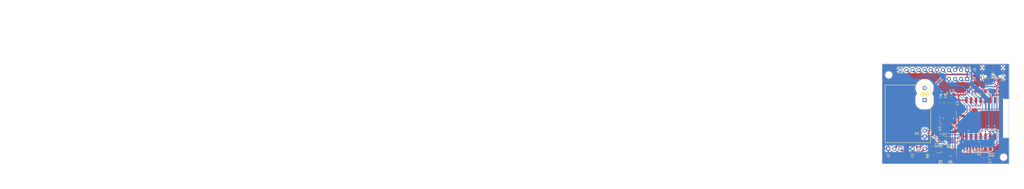
<source format=kicad_pcb>
(kicad_pcb (version 20221018) (generator pcbnew)
  (layers (0 "F.Cu" signal) (31 "B.Cu" signal) (34 "B.Paste" user) (35 "F.Paste" user) (36 "B.SilkS" user "B.Silkscreen") (37 "F.SilkS" user "F.Silkscreen") (38 "B.Mask" user) (39 "F.Mask" user) (44 "Edge.Cuts" user))
  (net 0 "")
  (net 1 "Net-(U1-EN)")
  (net 2 "+3V3")
  (net 3 "+5V")
  (net 4 "Net-(U4-B)")
  (net 5 "Net-(U4-A)")
  (net 6 "Net-(Q1-B)")
  (net 7 "Net-(Q1-E)")
  (net 8 "gpio0")
  (net 9 "Net-(Q2-B)")
  (net 10 "Net-(Q2-E)")
  (net 11 "rst")
  (net 13 "pwm3")
  (net 14 "pwm1")
  (net 15 "pwm2")
  (net 18 "wsled")
  (net 19 "pwm4")
  (net 24 "sda")
  (net 25 "scl")
  (net 33 "gnd")
  (net 34 "rx")
  (net 35 "tx")
  (net 36 "Net-(U3-RXD)")
  (net 37 "Net-(U3-TXD)")
  (net 39 "Net-(U3-UD+)")
  (net 40 "Net-(U3-UD-)")
  (footprint "usb connectors:TYPE-C-31-M-12" (layer "F.Cu") (at 221.49 67.62 180)
    (fp_text reference "J1" (at 0 -2.15) (layer "F.SilkS") (effects (font (size 0.8 0.8) (thickness 0.1))))
    (fp_text value "USB_C_Receptacle_USB2.0")
    (pad "" np_thru_hole circle (at -2.9 -3.65 180) (size 0.65 0.65) (drill 0.65) (layers "*.Cu" "*.Mask") (clearance 0.01))
    (pad "" np_thru_hole circle (at 2.9 -3.65 180) (size 0.65 0.65) (drill 0.65) (layers "*.Cu" "*.Mask") (clearance 0.01))
    (pad "A1" smd rect (at -3.375 -5.1 180) (size 0.25 1.45) (layers "F.Cu" "F.Paste" "F.Mask") (net 33 "gnd"))
    (pad "A4" smd rect (at -2.575 -5.1 180) (size 0.25 1.45) (layers "F.Cu" "F.Paste" "F.Mask") (net 3 "+5V"))
    (pad "A5" smd rect (at -1.25 -5.1 180) (size 0.25 1.45) (layers "F.Cu" "F.Paste" "F.Mask"))
    (pad "A6" smd rect (at -0.25 -5.1 180) (size 0.25 1.45) (layers "F.Cu" "F.Paste" "F.Mask") (net 39 "Net-(U3-UD+)"))
    (pad "A7" smd rect (at 0.25 -5.1 180) (size 0.25 1.45) (layers "F.Cu" "F.Paste" "F.Mask") (net 40 "Net-(U3-UD-)"))
    (pad "A8" smd rect (at 1.25 -5.1 180) (size 0.25 1.45) (layers "F.Cu" "F.Paste" "F.Mask"))
    (pad "A9" smd rect (at 2.575 -5.1 180) (size 0.25 1.45) (layers "F.Cu" "F.Paste" "F.Mask") (net 3 "+5V"))
    (pad "A12" smd rect (at 3.375 -5.1 180) (size 0.25 1.45) (layers "F.Cu" "F.Paste" "F.Mask") (net 33 "gnd"))
    (pad "B1" smd rect (at 3.1 -5.1 180) (size 0.3 1.45) (layers "F.Cu" "F.Paste" "F.Mask") (net 33 "gnd"))
    (pad "B4" smd rect (at 2.3 -5.1 180) (size 0.3 1.45) (layers "F.Cu" "F.Paste" "F.Mask") (net 3 "+5V"))
    (pad "B5" smd rect (at 1.75 -5.1 180) (size 0.25 1.45) (layers "F.Cu" "F.Paste" "F.Mask"))
    (pad "B6" smd rect (at 0.75 -5.1 180) (size 0.25 1.45) (layers "F.Cu" "F.Paste" "F.Mask") (net 39 "Net-(U3-UD+)"))
    (pad "B7" smd rect (at -0.75 -5.1 180) (size 0.25 1.45) (layers "F.Cu" "F.Paste" "F.Mask") (net 40 "Net-(U3-UD-)"))
    (pad "B8" smd rect (at -1.75 -5.1 180) (size 0.25 1.45) (layers "F.Cu" "F.Paste" "F.Mask"))
    (pad "B9" smd rect (at -2.3 -5.1 180) (size 0.3 1.45) (layers "F.Cu" "F.Paste" "F.Mask") (net 3 "+5V"))
    (pad "B12" smd rect (at -3.1 -5.1 180) (size 0.3 1.45) (layers "F.Cu" "F.Paste" "F.Mask") (net 33 "gnd"))
    (pad "S1" thru_hole roundrect (at -4.32 -4.18 180) (size 1 2.2) (drill oval 0.6 1.7) (layers "*.Cu" "*.Mask") (roundrect_rratio 0.5) (net 33 "gnd"))
    (pad "S1" thru_hole roundrect (at -4.32 0 180) (size 1 1.6) (drill oval 0.6 1.2) (layers "*.Cu" "*.Mask") (roundrect_rratio 0.5) (net 33 "gnd"))
    (pad "S1" thru_hole roundrect (at 4.32 -4.18 180) (size 1 2.2) (drill oval 0.6 1.7) (layers "*.Cu" "*.Mask") (roundrect_rratio 0.5) (net 33 "gnd"))
    (pad "S1" thru_hole roundrect (at 4.32 0 180) (size 1 1.6) (drill oval 0.6 1.2) (layers "*.Cu" "*.Mask") (roundrect_rratio 0.5) (net 33 "gnd"))
  )
  (footprint "Resistor_SMD:R_0805_2012Metric_Pad1.20x1.40mm_HandSolder" (layer "F.Cu") (at 196.215 96.79 90)
    (fp_text reference "R9" (at -0.365 1.905 90) (layer "F.SilkS"))
    (fp_text value "20k")
    (pad "1" smd roundrect (at -1 0 90) (size 1.2 1.4) (layers "F.Cu" "F.Paste" "F.Mask") (roundrect_rratio 0.208333) (net 5 "Net-(U4-A)"))
    (pad "2" smd roundrect (at 1 0 90) (size 1.2 1.4) (layers "F.Cu" "F.Paste" "F.Mask") (roundrect_rratio 0.208333) (net 3 "+5V"))
  )
  (footprint "Package_TO_SOT_SMD:SOT-23" (layer "F.Cu") (at 199.7225 104.902)
    (fp_text reference "Q1" (at 0.0485 2.286) (layer "F.SilkS"))
    (fp_text value "BC847" hide)
    (pad "1" smd roundrect (at -0.9375 -0.95) (size 1.475 0.6) (layers "F.Cu" "F.Paste" "F.Mask") (net 6 "Net-(Q1-B)"))
    (pad "2" smd roundrect (at -0.9375 0.95) (size 1.475 0.6) (layers "F.Cu" "F.Paste" "F.Mask") (net 7 "Net-(Q1-E)"))
    (pad "3" smd roundrect (at 0.9375 0) (size 1.475 0.6) (layers "F.Cu" "F.Paste" "F.Mask") (net 8 "gpio0"))
  )
  (footprint "Capacitor_SMD:C_0805_2012Metric_Pad1.18x1.45mm_HandSolder" (layer "F.Cu") (at 205.105 82.3175 -90)
    (fp_text reference "C4" (at 0.1055 -1.651 90) (layer "F.SilkS"))
    (fp_text value "0.1u")
    (pad "1" smd roundrect (at -1.0375 0 270) (size 1.175 1.45) (layers "F.Cu" "F.Paste" "F.Mask") (roundrect_rratio 0.212766) (net 2 "+3V3"))
    (pad "2" smd roundrect (at 1.0375 0 270) (size 1.175 1.45) (layers "F.Cu" "F.Paste" "F.Mask") (roundrect_rratio 0.212766) (net 33 "gnd"))
  )
  (footprint "Connector_PinHeader_2.54mm:PinHeader_1x02_P2.54mm_Vertical" (layer "F.Cu") (at 193.04 96.52 180)
    (fp_text reference "DC" (at 3.175 1.27) (layer "F.SilkS"))
    (fp_text value "PinHeader_1x02_P2.54mm_Vertical" hide)
    (pad "1" thru_hole rect (at 0 0 180) (size 1.7 1.7) (drill 1) (layers "*.Cu" "*.Mask") (net 33 "gnd"))
    (pad "2" thru_hole oval (at 0 2.54 180) (size 1.7 1.7) (drill 1) (layers "*.Cu" "*.Mask") (net 3 "+5V"))
  )
  (footprint "Resistor_SMD:R_0805_2012Metric_Pad1.20x1.40mm_HandSolder" (layer "F.Cu") (at 196.215 104.505 90)
    (fp_text reference "R8" (at -0.27 -1.905 90) (layer "F.SilkS"))
    (fp_text value "20k")
    (pad "1" smd roundrect (at -1 0 90) (size 1.2 1.4) (layers "F.Cu" "F.Paste" "F.Mask") (roundrect_rratio 0.208333) (net 33 "gnd"))
    (pad "2" smd roundrect (at 1 0 90) (size 1.2 1.4) (layers "F.Cu" "F.Paste" "F.Mask") (roundrect_rratio 0.208333) (net 4 "Net-(U4-B)"))
  )
  (footprint "Capacitor_SMD:C_0805_2012Metric_Pad1.18x1.45mm_HandSolder" (layer "F.Cu") (at 204.2375 78.994 180)
    (fp_text reference "C2" (at -0.1055 1.651) (layer "F.SilkS"))
    (fp_text value "22u")
    (pad "1" smd roundrect (at -1.0375 0 180) (size 1.175 1.45) (layers "F.Cu" "F.Paste" "F.Mask") (roundrect_rratio 0.212766) (net 2 "+3V3"))
    (pad "2" smd roundrect (at 1.0375 0 180) (size 1.175 1.45) (layers "F.Cu" "F.Paste" "F.Mask") (roundrect_rratio 0.212766) (net 33 "gnd"))
  )
  (footprint "Package_SO:MSOP-8_3x3mm_P0.65mm" (layer "F.Cu") (at 202.5185 98.115 180)
    (fp_text reference "U4" (at 1.0965 2.611) (layer "F.SilkS"))
    (fp_text value "MAX485E")
    (pad "1" smd roundrect (at -2.1125 -0.975 180) (size 1.625 0.4) (layers "F.Cu" "F.Paste" "F.Mask") (net 34 "rx"))
    (pad "2" smd roundrect (at -2.1125 -0.325 180) (size 1.625 0.4) (layers "F.Cu" "F.Paste" "F.Mask") (net 8 "gpio0"))
    (pad "3" smd roundrect (at -2.1125 0.325 180) (size 1.625 0.4) (layers "F.Cu" "F.Paste" "F.Mask") (net 8 "gpio0"))
    (pad "4" smd roundrect (at -2.1125 0.975 180) (size 1.625 0.4) (layers "F.Cu" "F.Paste" "F.Mask") (net 35 "tx"))
    (pad "5" smd roundrect (at 2.1125 0.975 180) (size 1.625 0.4) (layers "F.Cu" "F.Paste" "F.Mask") (net 33 "gnd"))
    (pad "6" smd roundrect (at 2.1125 0.325 180) (size 1.625 0.4) (layers "F.Cu" "F.Paste" "F.Mask") (net 5 "Net-(U4-A)"))
    (pad "7" smd roundrect (at 2.1125 -0.325 180) (size 1.625 0.4) (layers "F.Cu" "F.Paste" "F.Mask") (net 4 "Net-(U4-B)"))
    (pad "8" smd roundrect (at 2.1125 -0.975 180) (size 1.625 0.4) (layers "F.Cu" "F.Paste" "F.Mask") (net 3 "+5V"))
  )
  (footprint "Capacitor_SMD:C_0805_2012Metric_Pad1.18x1.45mm_HandSolder" (layer "F.Cu") (at 200.025 82.3175 90)
    (fp_text reference "C6" (at 2.8155 -0.254 90) (layer "F.SilkS"))
    (fp_text value "0.1u")
    (pad "1" smd roundrect (at -1.0375 0 90) (size 1.175 1.45) (layers "F.Cu" "F.Paste" "F.Mask") (roundrect_rratio 0.212766) (net 3 "+5V"))
    (pad "2" smd roundrect (at 1.0375 0 90) (size 1.175 1.45) (layers "F.Cu" "F.Paste" "F.Mask") (roundrect_rratio 0.212766) (net 33 "gnd"))
  )
  (footprint "Resistor_SMD:R_0805_2012Metric_Pad1.20x1.40mm_HandSolder" (layer "F.Cu") (at 203.962 105.664 180)
    (fp_text reference "R6" (at 0.127 -1.586) (layer "F.SilkS"))
    (fp_text value "10k")
    (pad "1" smd roundrect (at -1 0 180) (size 1.2 1.4) (layers "F.Cu" "F.Paste" "F.Mask") (roundrect_rratio 0.208333) (net 7 "Net-(Q1-E)"))
    (pad "2" smd roundrect (at 1 0 180) (size 1.2 1.4) (layers "F.Cu" "F.Paste" "F.Mask") (roundrect_rratio 0.208333) (net 9 "Net-(Q2-B)"))
  )
  (footprint "Resistor_SMD:R_0805_2012Metric_Pad1.20x1.40mm_HandSolder" (layer "F.Cu") (at 219.4775 77.47)
    (fp_text reference "R1" (at 0 1.524) (layer "F.SilkS"))
    (fp_text value "10k")
    (pad "1" smd roundrect (at -1 0) (size 1.2 1.4) (layers "F.Cu" "F.Paste" "F.Mask") (roundrect_rratio 0.208333) (net 2 "+3V3"))
    (pad "2" smd roundrect (at 1 0) (size 1.2 1.4) (layers "F.Cu" "F.Paste" "F.Mask") (roundrect_rratio 0.208333) (net 1 "Net-(U1-EN)"))
  )
  (footprint "Connector_PinHeader_2.54mm:PinHeader_1x12_P2.54mm_Vertical" (layer "F.Cu") (at 210.82 68.58 -90)
    (fp_text reference "J5" (at 0 -3.175 90) (layer "F.SilkS"))
    (fp_text value "Conn_01x12_Pin")
    (pad "1" thru_hole rect (at 0 0 270) (size 1.7 1.7) (drill 1) (layers "*.Cu" "*.Mask") (net 3 "+5V"))
    (pad "2" thru_hole oval (at 0 2.54 270) (size 1.7 1.7) (drill 1) (layers "*.Cu" "*.Mask") (net 33 "gnd"))
    (pad "3" thru_hole oval (at 0 5.08 270) (size 1.7 1.7) (drill 1) (layers "*.Cu" "*.Mask") (net 2 "+3V3"))
    (pad "4" thru_hole oval (at 0 7.62 270) (size 1.7 1.7) (drill 1) (layers "*.Cu" "*.Mask") (net 35 "tx"))
    (pad "5" thru_hole oval (at 0 10.16 270) (size 1.7 1.7) (drill 1) (layers "*.Cu" "*.Mask") (net 34 "rx"))
    (pad "6" thru_hole oval (at 0 12.7 270) (size 1.7 1.7) (drill 1) (layers "*.Cu" "*.Mask") (net 33 "gnd"))
    (pad "7" thru_hole oval (at 0 15.24 270) (size 1.7 1.7) (drill 1) (layers "*.Cu" "*.Mask") (net 14 "pwm1"))
    (pad "8" thru_hole oval (at 0 17.78 270) (size 1.7 1.7) (drill 1) (layers "*.Cu" "*.Mask") (net 15 "pwm2"))
    (pad "9" thru_hole oval (at 0 20.32 270) (size 1.7 1.7) (drill 1) (layers "*.Cu" "*.Mask") (net 13 "pwm3"))
    (pad "10" thru_hole oval (at 0 22.86 270) (size 1.7 1.7) (drill 1) (layers "*.Cu" "*.Mask") (net 19 "pwm4"))
    (pad "11" thru_hole oval (at 0 25.4 270) (size 1.7 1.7) (drill 1) (layers "*.Cu" "*.Mask") (net 18 "wsled"))
    (pad "12" thru_hole oval (at 0 27.94 270) (size 1.7 1.7) (drill 1) (layers "*.Cu" "*.Mask") (net 33 "gnd"))
  )
  (footprint "Resistor_SMD:R_0805_2012Metric_Pad1.20x1.40mm_HandSolder" (layer "F.Cu") (at 196.215 100.6 -90)
    (fp_text reference "R7" (at -0.4478 -1.8034 90) (layer "F.SilkS"))
    (fp_text value "120")
    (pad "1" smd roundrect (at -1 0 270) (size 1.2 1.4) (layers "F.Cu" "F.Paste" "F.Mask") (roundrect_rratio 0.208333) (net 5 "Net-(U4-A)"))
    (pad "2" smd roundrect (at 1 0 270) (size 1.2 1.4) (layers "F.Cu" "F.Paste" "F.Mask") (roundrect_rratio 0.208333) (net 4 "Net-(U4-B)"))
  )
  (footprint "Package_TO_SOT_SMD:SOT-223-3_TabPin2" (layer "F.Cu") (at 202.805 89.56 -90)
    (fp_text reference "U2" (at 3.658 3.415 90) (layer "F.SilkS"))
    (fp_text value "AMS1117-3.3")
    (pad "1" smd rect (at -3.15 -2.3 270) (size 2 1.5) (layers "F.Cu" "F.Paste" "F.Mask") (net 33 "gnd"))
    (pad "2" smd rect (at -3.15 0 270) (size 2 1.5) (layers "F.Cu" "F.Paste" "F.Mask") (net 2 "+3V3"))
    (pad "2" smd rect (at 3.15 0 270) (size 2 3.8) (layers "F.Cu" "F.Paste" "F.Mask") (net 2 "+3V3"))
    (pad "3" smd rect (at -3.15 2.3 270) (size 2 1.5) (layers "F.Cu" "F.Paste" "F.Mask") (net 3 "+5V"))
  )
  (footprint "RF_Module:ESP-12E" (layer "F.Cu") (at 220.98 88.9 -90)
    (fp_text reference "U1" (at -9.271 -11.025 90) (layer "F.SilkS"))
    (fp_text value "ESP-12E")
    (pad "1" smd rect (at -7.6 -3.5 270) (size 2.5 1) (layers "F.Cu" "F.Paste" "F.Mask") (net 11 "rst"))
    (pad "2" smd rect (at -7.6 -1.5 270) (size 2.5 1) (layers "F.Cu" "F.Paste" "F.Mask"))
    (pad "3" smd rect (at -7.6 0.5 270) (size 2.5 1) (layers "F.Cu" "F.Paste" "F.Mask") (net 1 "Net-(U1-EN)"))
    (pad "4" smd rect (at -7.6 2.5 270) (size 2.5 1) (layers "F.Cu" "F.Paste" "F.Mask") (net 11 "rst"))
    (pad "5" smd rect (at -7.6 4.5 270) (size 2.5 1) (layers "F.Cu" "F.Paste" "F.Mask") (net 14 "pwm1"))
    (pad "6" smd rect (at -7.6 6.5 270) (size 2.5 1) (layers "F.Cu" "F.Paste" "F.Mask") (net 15 "pwm2"))
    (pad "7" smd rect (at -7.6 8.5 270) (size 2.5 1) (layers "F.Cu" "F.Paste" "F.Mask") (net 13 "pwm3"))
    (pad "8" smd rect (at -7.6 10.5 270) (size 2.5 1) (layers "F.Cu" "F.Paste" "F.Mask") (net 2 "+3V3"))
    (pad "9" smd rect (at -5 12 270) (size 1 1.8) (layers "F.Cu" "F.Paste" "F.Mask"))
    (pad "10" smd rect (at -3 12 270) (size 1 1.8) (layers "F.Cu" "F.Paste" "F.Mask"))
    (pad "11" smd rect (at -1 12 270) (size 1 1.8) (layers "F.Cu" "F.Paste" "F.Mask") (net 18 "wsled"))
    (pad "12" smd rect (at 1 12 270) (size 1 1.8) (layers "F.Cu" "F.Paste" "F.Mask") (net 19 "pwm4"))
    (pad "13" smd rect (at 3 12 270) (size 1 1.8) (layers "F.Cu" "F.Paste" "F.Mask"))
    (pad "14" smd rect (at 5 12 270) (size 1 1.8) (layers "F.Cu" "F.Paste" "F.Mask"))
    (pad "15" smd rect (at 7.6 10.5 270) (size 2.5 1) (layers "F.Cu" "F.Paste" "F.Mask") (net 33 "gnd"))
    (pad "16" smd rect (at 7.6 8.5 270) (size 2.5 1) (layers "F.Cu" "F.Paste" "F.Mask"))
    (pad "17" smd rect (at 7.6 6.5 270) (size 2.5 1) (layers "F.Cu" "F.Paste" "F.Mask"))
    (pad "18" smd rect (at 7.6 4.5 270) (size 2.5 1) (layers "F.Cu" "F.Paste" "F.Mask") (net 8 "gpio0"))
    (pad "19" smd rect (at 7.6 2.5 270) (size 2.5 1) (layers "F.Cu" "F.Paste" "F.Mask") (net 24 "sda"))
    (pad "20" smd rect (at 7.6 0.5 270) (size 2.5 1) (layers "F.Cu" "F.Paste" "F.Mask") (net 25 "scl"))
    (pad "21" smd rect (at 7.6 -1.5 270) (size 2.5 1) (layers "F.Cu" "F.Paste" "F.Mask") (net 34 "rx"))
    (pad "22" smd rect (at 7.6 -3.5 270) (size 2.5 1) (layers "F.Cu" "F.Paste" "F.Mask") (net 35 "tx"))
    (zone (net 0) (net_name "") (layers "*.Cu") (connect_pads (clearance 0)) (min_thickness 0.254)
      (keepout (tracks not_allowed) (vias not_allowed) (pads not_allowed) (copperpour not_allowed) (footprints not_allowed))
      (fill (thermal_gap 0.508) (thermal_bridge_width 0.508))
      (polygon (pts (xy 225.78 80.78) (xy 225.78 97.02) (xy 233.1 97.02) (xy 233.1 80.78)))
    )
  )
  (footprint "Connector_PinHeader_2.54mm:PinHeader_1x03_P2.54mm_Vertical" (layer "F.Cu") (at 177.8 101.6 90)
    (fp_text reference "J2" (at -3.048 0 90) (layer "F.SilkS"))
    (fp_text value "XLR3")
    (pad "1" thru_hole rect (at 0 0 90) (size 1.7 1.7) (drill 1) (layers "*.Cu" "*.Mask") (net 33 "gnd"))
    (pad "2" thru_hole oval (at 0 5.08 90) (size 1.7 1.7) (drill 1) (layers "*.Cu" "*.Mask") (net 4 "Net-(U4-B)"))
    (pad "3" thru_hole oval (at 0 2.54 90) (size 1.7 1.7) (drill 1) (layers "*.Cu" "*.Mask") (net 5 "Net-(U4-A)"))
  )
  (footprint "Connector_PinHeader_2.54mm:PinHeader_1x03_P2.54mm_Vertical" (layer "F.Cu") (at 187.96 101.6 90)
    (fp_text reference "J3" (at -3.048 0 90) (layer "F.SilkS"))
    (fp_text value "XLR3")
    (pad "1" thru_hole rect (at 0 0 90) (size 1.7 1.7) (drill 1) (layers "*.Cu" "*.Mask") (net 33 "gnd"))
    (pad "2" thru_hole oval (at 0 5.08 90) (size 1.7 1.7) (drill 1) (layers "*.Cu" "*.Mask") (net 4 "Net-(U4-B)"))
    (pad "3" thru_hole oval (at 0 2.54 90) (size 1.7 1.7) (drill 1) (layers "*.Cu" "*.Mask") (net 5 "Net-(U4-A)"))
  )
  (footprint "Capacitor_SMD:C_0805_2012Metric_Pad1.18x1.45mm_HandSolder" (layer "F.Cu") (at 202.184 82.3175 90)
    (fp_text reference "C5" (at 2.8155 -0.381 90) (layer "F.SilkS"))
    (fp_text value "22u")
    (pad "1" smd roundrect (at -1.0375 0 90) (size 1.175 1.45) (layers "F.Cu" "F.Paste" "F.Mask") (roundrect_rratio 0.212766) (net 3 "+5V"))
    (pad "2" smd roundrect (at 1.0375 0 90) (size 1.175 1.45) (layers "F.Cu" "F.Paste" "F.Mask") (roundrect_rratio 0.212766) (net 33 "gnd"))
  )
  (footprint "Resistor_SMD:R_0805_2012Metric_Pad1.20x1.40mm_HandSolder" (layer "F.Cu") (at 218.44 100.838 90)
    (fp_text reference "R4" (at -3.302 1.93 90) (layer "F.SilkS"))
    (fp_text value "300")
    (pad "1" smd roundrect (at -1 0 90) (size 1.2 1.4) (layers "F.Cu" "F.Paste" "F.Mask") (roundrect_rratio 0.208333) (net 37 "Net-(U3-TXD)"))
    (pad "2" smd roundrect (at 1 0 90) (size 1.2 1.4) (layers "F.Cu" "F.Paste" "F.Mask") (roundrect_rratio 0.208333) (net 34 "rx"))
  )
  (footprint "Connector_PinHeader_2.54mm:PinHeader_1x04_P2.54mm_Vertical" (layer "F.Cu") (at 210.82 72.39 -90)
    (fp_text reference "J4" (at 0 -3.175 90) (layer "F.SilkS"))
    (fp_text value "Conn_01x04_Male")
    (pad "1" thru_hole rect (at 0 0 270) (size 1.7 1.7) (drill 1) (layers "*.Cu" "*.Mask") (net 3 "+5V"))
    (pad "2" thru_hole oval (at 0 2.54 270) (size 1.7 1.7) (drill 1) (layers "*.Cu" "*.Mask") (net 25 "scl"))
    (pad "3" thru_hole oval (at 0 5.08 270) (size 1.7 1.7) (drill 1) (layers "*.Cu" "*.Mask") (net 24 "sda"))
    (pad "4" thru_hole oval (at 0 7.62 270) (size 1.7 1.7) (drill 1) (layers "*.Cu" "*.Mask") (net 33 "gnd"))
  )
  (footprint "Resistor_SMD:R_0805_2012Metric_Pad1.20x1.40mm_HandSolder" (layer "F.Cu") (at 215.6675 77.47 180)
    (fp_text reference "R2" (at 0.0215 -1.65) (layer "F.SilkS"))
    (fp_text value "10k" hide)
    (pad "1" smd roundrect (at -1 0 180) (size 1.2 1.4) (layers "F.Cu" "F.Paste" "F.Mask") (roundrect_rratio 0.208333) (net 2 "+3V3"))
    (pad "2" smd roundrect (at 1 0 180) (size 1.2 1.4) (layers "F.Cu" "F.Paste" "F.Mask") (roundrect_rratio 0.208333) (net 8 "gpio0"))
  )
  (footprint "Connector_PinHeader_2.54mm:PinHeader_1x03_P2.54mm_Vertical" (layer "F.Cu") (at 193.04 81.28 180)
    (fp_text reference "AC" (at 3.175 0) (layer "F.SilkS"))
    (fp_text value "PinHeader_1x03_P2.54mm_Vertical" hide)
    (pad "1" thru_hole rect (at 0 0 180) (size 1.7 1.7) (drill 1) (layers "*.Cu" "*.Mask") (clearance 3))
    (pad "3" thru_hole oval (at 0 5.08 180) (size 1.7 1.7) (drill 1) (layers "*.Cu" "*.Mask") (clearance 3))
  )
  (footprint "Resistor_SMD:R_0805_2012Metric_Pad1.20x1.40mm_HandSolder" (layer "F.Cu") (at 199.914 102.108 180)
    (fp_text reference "R5" (at 0.4224 1.6256) (layer "F.SilkS"))
    (fp_text value "10k")
    (pad "1" smd roundrect (at -1 0 180) (size 1.2 1.4) (layers "F.Cu" "F.Paste" "F.Mask") (roundrect_rratio 0.208333) (net 10 "Net-(Q2-E)"))
    (pad "2" smd roundrect (at 1 0 180) (size 1.2 1.4) (layers "F.Cu" "F.Paste" "F.Mask") (roundrect_rratio 0.208333) (net 6 "Net-(Q1-B)"))
  )
  (footprint "Package_TO_SOT_SMD:SOT-23" (layer "F.Cu") (at 203.8835 102.86)
    (fp_text reference "Q2" (at -0.6073 -2.3776) (layer "F.SilkS"))
    (fp_text value "BC847" hide)
    (pad "1" smd roundrect (at -0.9375 -0.95) (size 1.475 0.6) (layers "F.Cu" "F.Paste" "F.Mask") (net 9 "Net-(Q2-B)"))
    (pad "2" smd roundrect (at -0.9375 0.95) (size 1.475 0.6) (layers "F.Cu" "F.Paste" "F.Mask") (net 10 "Net-(Q2-E)"))
    (pad "3" smd roundrect (at 0.9375 0) (size 1.475 0.6) (layers "F.Cu" "F.Paste" "F.Mask") (net 11 "rst"))
  )
  (footprint "Capacitor_SMD:C_0805_2012Metric_Pad1.18x1.45mm_HandSolder" (layer "F.Cu") (at 218.44 105.4315 90)
    (fp_text reference "C7" (at -1.2485 1.905 90) (layer "F.SilkS"))
    (fp_text value "100n")
    (pad "1" smd roundrect (at -1.0375 0 90) (size 1.175 1.45) (layers "F.Cu" "F.Paste" "F.Mask") (roundrect_rratio 0.212766) (net 2 "+3V3"))
    (pad "2" smd roundrect (at 1.0375 0 90) (size 1.175 1.45) (layers "F.Cu" "F.Paste" "F.Mask") (roundrect_rratio 0.212766) (net 33 "gnd"))
  )
  (footprint "Package_SO:SOIC-16_3.9x9.9mm_P1.27mm" (layer "F.Cu") (at 211.455 103.43 -90)
    (fp_text reference "U3" (at 0.075 -4.064 90) (layer "F.SilkS"))
    (fp_text value "CH340C")
    (pad "1" smd roundrect (at -2.475 -4.445 270) (size 1.95 0.6) (layers "F.Cu" "F.Paste" "F.Mask") (net 33 "gnd"))
    (pad "2" smd roundrect (at -2.475 -3.175 270) (size 1.95 0.6) (layers "F.Cu" "F.Paste" "F.Mask") (net 37 "Net-(U3-TXD)"))
    (pad "3" smd roundrect (at -2.475 -1.905 270) (size 1.95 0.6) (layers "F.Cu" "F.Paste" "F.Mask") (net 36 "Net-(U3-RXD)"))
    (pad "4" smd roundrect (at -2.475 -0.635 270) (size 1.95 0.6) (layers "F.Cu" "F.Paste" "F.Mask") (net 2 "+3V3"))
    (pad "5" smd roundrect (at -2.475 0.635 270) (size 1.95 0.6) (layers "F.Cu" "F.Paste" "F.Mask") (net 39 "Net-(U3-UD+)"))
    (pad "6" smd roundrect (at -2.475 1.905 270) (size 1.95 0.6) (layers "F.Cu" "F.Paste" "F.Mask") (net 40 "Net-(U3-UD-)"))
    (pad "7" smd roundrect (at -2.475 3.175 270) (size 1.95 0.6) (layers "F.Cu" "F.Paste" "F.Mask"))
    (pad "8" smd roundrect (at -2.475 4.445 270) (size 1.95 0.6) (layers "F.Cu" "F.Paste" "F.Mask"))
    (pad "9" smd roundrect (at 2.475 4.445 270) (size 1.95 0.6) (layers "F.Cu" "F.Paste" "F.Mask"))
    (pad "10" smd roundrect (at 2.475 3.175 270) (size 1.95 0.6) (layers "F.Cu" "F.Paste" "F.Mask"))
    (pad "11" smd roundrect (at 2.475 1.905 270) (size 1.95 0.6) (layers "F.Cu" "F.Paste" "F.Mask"))
    (pad "12" smd roundrect (at 2.475 0.635 270) (size 1.95 0.6) (layers "F.Cu" "F.Paste" "F.Mask"))
    (pad "13" smd roundrect (at 2.475 -0.635 270) (size 1.95 0.6) (layers "F.Cu" "F.Paste" "F.Mask") (net 7 "Net-(Q1-E)"))
    (pad "14" smd roundrect (at 2.475 -1.905 270) (size 1.95 0.6) (layers "F.Cu" "F.Paste" "F.Mask") (net 10 "Net-(Q2-E)"))
    (pad "15" smd roundrect (at 2.475 -3.175 270) (size 1.95 0.6) (layers "F.Cu" "F.Paste" "F.Mask"))
    (pad "16" smd roundrect (at 2.475 -4.445 270) (size 1.95 0.6) (layers "F.Cu" "F.Paste" "F.Mask") (net 2 "+3V3"))
  )
  (footprint "Resistor_SMD:R_0805_2012Metric_Pad1.20x1.40mm_HandSolder" (layer "F.Cu") (at 220.472 100.838 90)
    (fp_text reference "R3" (at -3.302 1.143 90) (layer "F.SilkS"))
    (fp_text value "300")
    (pad "1" smd roundrect (at -1 0 90) (size 1.2 1.4) (layers "F.Cu" "F.Paste" "F.Mask") (roundrect_rratio 0.208333) (net 36 "Net-(U3-RXD)"))
    (pad "2" smd roundrect (at 1 0 90) (size 1.2 1.4) (layers "F.Cu" "F.Paste" "F.Mask") (roundrect_rratio 0.208333) (net 35 "tx"))
  )
  (footprint "Capacitor_SMD:C_0805_2012Metric_Pad1.18x1.45mm_HandSolder" (layer "F.Cu") (at 223.2875 77.47)
    (fp_text reference "C1" (at -0.0215 1.651) (layer "F.SilkS"))
    (fp_text value "0.1u")
    (pad "1" smd roundrect (at -1.0375 0) (size 1.175 1.45) (layers "F.Cu" "F.Paste" "F.Mask") (roundrect_rratio 0.212766) (net 1 "Net-(U1-EN)"))
    (pad "2" smd roundrect (at 1.0375 0) (size 1.175 1.45) (layers "F.Cu" "F.Paste" "F.Mask") (roundrect_rratio 0.212766) (net 33 "gnd"))
  )
  (gr_line (start 192.151 78.74) (end 193.929 78.74) (stroke (width 2)) (layer "F.SilkS"))
  (gr_rect (start 195.58 99.06) (end 176.53 74.93) (stroke (width 0.2)) (fill none) (layer "F.SilkS"))
  (gr_circle (center 226.06 105.18) (end 227.56 105.18) (stroke (width 0.2)) (fill none) (layer "Edge.Cuts"))
  (gr_circle (center 178.06 70.68) (end 179.56 70.68) (stroke (width 0.2)) (fill none) (layer "Edge.Cuts"))
  (gr_rect (start 175.26 66.04) (end 228.346 107.95) (stroke (width 0.2)) (fill none) (layer "Edge.Cuts"))
  (segment (start 220.48 81.3) (end 220.48 77.4725) (width 0.25) (layer "F.Cu") (net 1))
  (segment (start 220.48 77.4725) (end 220.4775 77.47) (width 0.25) (layer "F.Cu") (net 1))
  (segment (start 220.4775 77.47) (end 222.25 77.47) (width 0.25) (layer "F.Cu") (net 1))
  (segment (start 212.124 67.276) (end 207.044 67.276) (width 0.508) (layer "F.Cu") (net 2))
  (segment (start 205.723459 100.828702) (end 205.723459 101.837459) (width 0.508) (layer "F.Cu") (net 2))
  (segment (start 215.311 103.551) (end 215.9 104.14) (width 0.508) (layer "F.Cu") (net 2))
  (segment (start 207.437 103.551) (end 215.311 103.551) (width 0.508) (layer "F.Cu") (net 2))
  (segment (start 205.296 81.3) (end 210.48 81.3) (width 0.508) (layer "F.Cu") (net 2))
  (segment (start 212.725 76.2) (end 209.931 78.994) (width 0.508) (layer "F.Cu") (net 2))
  (segment (start 216.6675 77.47) (end 216.6675 76.96475) (width 0.25) (layer "F.Cu") (net 2))
  (segment (start 207.264 91.223682) (end 207.264 78.994) (width 0.508) (layer "F.Cu") (net 2))
  (segment (start 207.044 67.276) (end 205.74 68.58) (width 0.508) (layer "F.Cu") (net 2))
  (segment (start 212.09 103.551) (end 212.09 100.955) (width 0.508) (layer "F.Cu") (net 2))
  (segment (start 218.4775 77.47) (end 216.6675 77.47) (width 0.25) (layer "F.Cu") (net 2))
  (segment (start 202.805 92.71) (end 202.805 86.156) (width 0.508) (layer "F.Cu") (net 2))
  (segment (start 216.776 105.905) (end 215.9 105.905) (width 0.508) (layer "F.Cu") (net 2))
  (segment (start 212.725 76.2) (end 212.725 67.877) (width 0.508) (layer "F.Cu") (net 2))
  (segment (start 218.44 106.469) (end 217.34 106.469) (width 0.508) (layer "F.Cu") (net 2))
  (segment (start 205.74 92.747682) (end 207.264 91.223682) (width 0.508) (layer "F.Cu") (net 2))
  (segment (start 205.723459 101.837459) (end 207.437 103.551) (width 0.508) (layer "F.Cu") (net 2))
  (segment (start 205.74 92.747682) (end 205.702318 92.71) (width 0.508) (layer "F.Cu") (net 2))
  (segment (start 216.6675 76.96475) (end 215.90275 76.2) (width 0.25) (layer "F.Cu") (net 2))
  (segment (start 217.34 106.469) (end 216.776 105.905) (width 0.508) (layer "F.Cu") (net 2))
  (segment (start 215.9 104.14) (end 215.9 105.905) (width 0.508) (layer "F.Cu") (net 2))
  (segment (start 205.702318 92.71) (end 202.805 92.71) (width 0.508) (layer "F.Cu") (net 2))
  (segment (start 212.725 67.877) (end 212.124 67.276) (width 0.508) (layer "F.Cu") (net 2))
  (segment (start 215.90275 76.2) (end 212.725 76.2) (width 0.25) (layer "F.Cu") (net 2))
  (segment (start 209.931 78.994) (end 205.275 78.994) (width 0.508) (layer "F.Cu") (net 2))
  (via (at 205.74 92.747682) (size 0.8) (drill 0.4) (layers "F.Cu" "B.Cu") (net 2))
  (via (at 205.723459 100.828702) (size 0.8) (drill 0.4) (layers "F.Cu" "B.Cu") (net 2))
  (segment (start 205.74 100.812161) (end 205.723459 100.828702) (width 0.508) (layer "B.Cu") (net 2))
  (segment (start 205.74 92.747682) (end 205.74 100.812161) (width 0.508) (layer "B.Cu") (net 2))
  (segment (start 198.12 92.075) (end 198.12 74.295) (width 0.508) (layer "F.Cu") (net 3))
  (segment (start 193.04 93.98) (end 196.215 93.98) (width 0.508) (layer "F.Cu") (net 3))
  (segment (start 219.075 75.565) (end 221.6912 75.565) (width 0.508) (layer "F.Cu") (net 3))
  (segment (start 201.646 99.09) (end 200.406 99.09) (width 0.4) (layer "F.Cu") (net 3))
  (segment (start 196.215 95.79) (end 196.215 93.98) (width 0.508) (layer "F.Cu") (net 3))
  (segment (start 198.12 86.41) (end 200.505 86.41) (width 0.508) (layer "F.Cu") (net 3))
  (segment (start 201.676 99.06) (end 201.646 99.09) (width 0.4) (layer "F.Cu") (net 3))
  (segment (start 198.12 74.295) (end 201.93 70.485) (width 0.508) (layer "F.Cu") (net 3))
  (segment (start 198.12 83.355) (end 202.184 83.355) (width 0.508) (layer "F.Cu") (net 3))
  (segment (start 221.6912 75.565) (end 222.9231 75.565) (width 0.4) (layer "F.Cu") (net 3))
  (segment (start 196.215 93.98) (end 198.12 92.075) (width 0.508) (layer "F.Cu") (net 3))
  (segment (start 219.075 75.565) (end 219.075 72.835) (width 0.4) (layer "F.Cu") (net 3))
  (segment (start 222.9231 75.565) (end 223.901 74.5871) (width 0.4) (layer "F.Cu") (net 3))
  (segment (start 201.93 70.485) (end 210.82 70.485) (width 0.508) (layer "F.Cu") (net 3))
  (segment (start 210.82 68.58) (end 210.82 72.39) (width 0.508) (layer "F.Cu") (net 3))
  (segment (start 223.901 74.5871) (end 223.901 72.831) (width 0.4) (layer "F.Cu") (net 3))
  (via (at 201.676 99.06) (size 0.8) (drill 0.4) (layers "F.Cu" "B.Cu") (net 3))
  (via (at 219.075 75.565) (size 0.8) (drill 0.4) (layers "F.Cu" "B.Cu") (net 3))
  (via (at 221.6912 75.565) (size 0.8) (drill 0.4) (layers "F.Cu" "B.Cu") (net 3))
  (segment (start 194.397535 93.98) (end 193.04 93.98) (width 0.4) (layer "B.Cu") (net 3))
  (segment (start 201.676 99.06) (end 199.477535 99.06) (width 0.4) (layer "B.Cu") (net 3))
  (segment (start 221.6912 75.565) (end 219.075 75.565) (width 0.508) (layer "B.Cu") (net 3))
  (segment (start 217.805 75.565) (end 210.82 68.58) (width 0.508) (layer "B.Cu") (net 3))
  (segment (start 219.075 75.565) (end 217.805 75.565) (width 0.508) (layer "B.Cu") (net 3))
  (segment (start 199.477535 99.06) (end 194.397535 93.98) (width 0.4) (layer "B.Cu") (net 3))
  (segment (start 184.13 102.85) (end 182.88 101.6) (width 0.4) (layer "F.Cu") (net 4))
  (segment (start 200.406 98.44) (end 199.375 98.44) (width 0.4) (layer "F.Cu") (net 4))
  (segment (start 196.215 101.6) (end 193.04 101.6) (width 0.4) (layer "F.Cu") (net 4))
  (segment (start 191.79 102.85) (end 184.13 102.85) (width 0.4) (layer "F.Cu") (net 4))
  (segment (start 193.04 101.6) (end 191.79 102.85) (width 0.4) (layer "F.Cu") (net 4))
  (segment (start 199.375 98.44) (end 196.215 101.6) (width 0.4) (layer "F.Cu") (net 4))
  (segment (start 196.215 101.6) (end 196.215 103.505) (width 0.4) (layer "F.Cu") (net 4))
  (segment (start 196.215 97.79) (end 200.406 97.79) (width 0.4) (layer "F.Cu") (net 5))
  (segment (start 189.25 100.35) (end 181.59 100.35) (width 0.4) (layer "F.Cu") (net 5))
  (segment (start 196.215 99.6) (end 196.215 97.79) (width 0.4) (layer "F.Cu") (net 5))
  (segment (start 192.5 99.6) (end 196.215 99.6) (width 0.4) (layer "F.Cu") (net 5))
  (segment (start 181.59 100.35) (end 180.34 101.6) (width 0.4) (layer "F.Cu") (net 5))
  (segment (start 190.5 101.6) (end 189.25 100.35) (width 0.4) (layer "F.Cu") (net 5))
  (segment (start 190.5 101.6) (end 192.5 99.6) (width 0.4) (layer "F.Cu") (net 5))
  (segment (start 199.039 103.825) (end 199.039 102.233) (width 0.25) (layer "F.Cu") (net 6))
  (segment (start 198.912 103.952) (end 199.039 103.825) (width 0.25) (layer "F.Cu") (net 6))
  (segment (start 212.09 105.905) (end 212.09 104.902) (width 0.25) (layer "F.Cu") (net 7))
  (segment (start 201.177 106.689) (end 200.34 105.852) (width 0.25) (layer "F.Cu") (net 7))
  (segment (start 200.34 105.852) (end 198.658 105.852) (width 0.25) (layer "F.Cu") (net 7))
  (segment (start 206.046 104.58) (end 203.937 106.689) (width 0.25) (layer "F.Cu") (net 7))
  (segment (start 203.937 106.689) (end 201.177 106.689) (width 0.25) (layer "F.Cu") (net 7))
  (segment (start 212.09 104.902) (end 211.768 104.58) (width 0.25) (layer "F.Cu") (net 7))
  (segment (start 211.768 104.58) (end 206.046 104.58) (width 0.25) (layer "F.Cu") (net 7))
  (segment (start 203.073 98.44) (end 202.97977 98.44) (width 0.25) (layer "F.Cu") (net 8))
  (segment (start 199.989 104.104) (end 200.787 104.902) (width 0.25) (layer "F.Cu") (net 8))
  (segment (start 212.725 78.105) (end 213.36 77.47) (width 0.25) (layer "F.Cu") (net 8))
  (segment (start 202.97977 99.91523) (end 202.06 100.835) (width 0.25) (layer "F.Cu") (net 8))
  (segment (start 212.725 78.74) (end 212.725 78.105) (width 0.25) (layer "F.Cu") (net 8))
  (segment (start 200.573827 100.835) (end 199.989 101.419827) (width 0.25) (layer "F.Cu") (net 8))
  (segment (start 202.97977 96.99423) (end 202.97977 98.44) (width 0.25) (layer "F.Cu") (net 8))
  (segment (start 216.48 94.67) (end 217.17 93.98) (width 0.25) (layer "F.Cu") (net 8))
  (segment (start 199.989 101.419827) (end 199.989 104.104) (width 0.25) (layer "F.Cu") (net 8))
  (segment (start 202.97977 97.79) (end 204.631 97.79) (width 0.25) (layer "F.Cu") (net 8))
  (segment (start 213.36 77.47) (end 214.6675 77.47) (width 0.25) (layer "F.Cu") (net 8))
  (segment (start 204.631 98.44) (end 202.97977 98.44) (width 0.25) (layer "F.Cu") (net 8))
  (segment (start 202.97977 98.44) (end 202.97977 99.91523) (width 0.25) (layer "F.Cu") (net 8))
  (segment (start 204.216 95.758) (end 202.97977 96.99423) (width 0.25) (layer "F.Cu") (net 8))
  (segment (start 206.756 95.758) (end 204.216 95.758) (width 0.25) (layer "F.Cu") (net 8))
  (segment (start 216.48 96.5) (end 216.48 94.67) (width 0.25) (layer "F.Cu") (net 8))
  (segment (start 202.06 100.835) (end 200.573827 100.835) (width 0.25) (layer "F.Cu") (net 8))
  (via (at 212.725 78.74) (size 0.8) (drill 0.4) (layers "F.Cu" "B.Cu") (net 8))
  (via (at 217.17 93.98) (size 0.8) (drill 0.4) (layers "F.Cu" "B.Cu") (net 8))
  (via (at 206.756 95.758) (size 0.8) (drill 0.4) (layers "F.Cu" "B.Cu") (net 8))
  (segment (start 206.756 95.758) (end 215.392 95.758) (width 0.25) (layer "B.Cu") (net 8))
  (segment (start 215.392 95.758) (end 217.17 93.98) (width 0.25) (layer "B.Cu") (net 8))
  (segment (start 212.725 78.74) (end 217.17 83.185) (width 0.25) (layer "B.Cu") (net 8))
  (segment (start 217.17 83.185) (end 217.17 93.98) (width 0.25) (layer "B.Cu") (net 8))
  (segment (start 202.692 105.664) (end 201.8835 104.8555) (width 0.25) (layer "F.Cu") (net 9))
  (segment (start 201.8835 104.8555) (end 201.8835 102.9725) (width 0.25) (layer "F.Cu") (net 9))
  (segment (start 202.475 106.03) (end 202.47 106.035) (width 0.25) (layer "F.Cu") (net 9))
  (segment (start 201.8835 102.9725) (end 202.946 101.91) (width 0.25) (layer "F.Cu") (net 9))
  (segment (start 202.962 105.664) (end 202.692 105.664) (width 0.25) (layer "F.Cu") (net 9))
  (segment (start 201.737 101.285) (end 203.730251 101.285) (width 0.25) (layer "F.Cu") (net 10))
  (segment (start 202.946 103.319251) (end 202.946 103.81) (width 0.25) (layer "F.Cu") (net 10))
  (segment (start 205 103.81) (end 202.616 103.81) (width 0.25) (layer "F.Cu") (net 10))
  (segment (start 200.914 102.108) (end 201.737 101.285) (width 0.25) (layer "F.Cu") (net 10))
  (segment (start 213.36 105.905) (end 213.36 104.765) (width 0.25) (layer "F.Cu") (net 10))
  (segment (start 204.0085 101.563249) (end 204.0085 102.256751) (width 0.25) (layer "F.Cu") (net 10))
  (segment (start 213.36 104.765) (end 212.725 104.13) (width 0.25) (layer "F.Cu") (net 10))
  (segment (start 212.725 104.13) (end 205.32 104.13) (width 0.25) (layer "F.Cu") (net 10))
  (segment (start 204.0085 102.256751) (end 202.946 103.319251) (width 0.25) (layer "F.Cu") (net 10))
  (segment (start 203.730251 101.285) (end 204.0085 101.563249) (width 0.25) (layer "F.Cu") (net 10))
  (segment (start 213.36 105.905) (end 213.36 106.281751) (width 0.25) (layer "F.Cu") (net 10))
  (segment (start 205.32 104.13) (end 205 103.81) (width 0.25) (layer "F.Cu") (net 10))
  (segment (start 204.821 100.935) (end 204.821 102.86) (width 0.25) (layer "F.Cu") (net 11))
  (segment (start 204.724 100.838) (end 204.821 100.935) (width 0.25) (layer "F.Cu") (net 11))
  (segment (start 218.48 85.09) (end 218.48 81.3) (width 0.25) (layer "F.Cu") (net 11))
  (segment (start 224.48 81.3) (end 224.48 84.13) (width 0.25) (layer "F.Cu") (net 11))
  (segment (start 224.48 84.13) (end 223.52 85.09) (width 0.25) (layer "F.Cu") (net 11))
  (segment (start 223.52 85.09) (end 215.9 85.09) (width 0.25) (layer "F.Cu") (net 11))
  (via (at 215.9 85.09) (size 0.8) (drill 0.4) (layers "F.Cu" "B.Cu") (net 11))
  (via (at 204.724 100.838) (size 0.8) (drill 0.4) (layers "F.Cu" "B.Cu") (net 11))
  (segment (start 204.724 92.075) (end 211.709 85.09) (width 0.25) (layer "B.Cu") (net 11))
  (segment (start 211.709 85.09) (end 215.9 85.09) (width 0.25) (layer "B.Cu") (net 11))
  (segment (start 204.724 100.838) (end 204.724 92.075) (width 0.25) (layer "B.Cu") (net 11))
  (segment (start 212.48 81.3) (end 212.48 82.94) (width 0.25) (layer "F.Cu") (net 13))
  (segment (start 212.48 82.94) (end 213.36 83.82) (width 0.25) (layer "F.Cu") (net 13))
  (via (at 213.36 83.82) (size 0.8) (drill 0.4) (layers "F.Cu" "B.Cu") (net 13))
  (segment (start 196.328208 70.601) (end 192.521 70.601) (width 0.25) (layer "B.Cu") (net 13))
  (segment (start 202.932208 77.205) (end 196.328208 70.601) (width 0.25) (layer "B.Cu") (net 13))
  (segment (start 206.745 77.205) (end 202.932208 77.205) (width 0.25) (layer "B.Cu") (net 13))
  (segment (start 192.521 70.601) (end 190.5 68.58) (width 0.25) (layer "B.Cu") (net 13))
  (segment (start 213.36 83.82) (end 206.745 77.205) (width 0.25) (layer "B.Cu") (net 13))
  (segment (start 216.48 81.3) (end 216.48 83.24) (width 0.25) (layer "F.Cu") (net 14))
  (segment (start 216.48 83.24) (end 215.9 83.82) (width 0.25) (layer "F.Cu") (net 14))
  (via (at 215.9 83.82) (size 0.8) (drill 0.4) (layers "F.Cu" "B.Cu") (net 14))
  (segment (start 208.385 76.305) (end 203.305 76.305) (width 0.25) (layer "B.Cu") (net 14))
  (segment (start 203.305 76.305) (end 195.58 68.58) (width 0.25) (layer "B.Cu") (net 14))
  (segment (start 215.9 83.82) (end 208.385 76.305) (width 0.25) (layer "B.Cu") (net 14))
  (segment (start 214.48 83.67) (end 214.63 83.82) (width 0.25) (layer "F.Cu") (net 15))
  (segment (start 214.48 81.3) (end 214.48 83.67) (width 0.25) (layer "F.Cu") (net 15))
  (via (at 214.63 83.82) (size 0.8) (drill 0.4) (layers "F.Cu" "B.Cu") (net 15))
  (segment (start 196.514604 70.151) (end 194.611 70.151) (width 0.25) (layer "B.Cu") (net 15))
  (segment (start 194.611 70.151) (end 193.04 68.58) (width 0.25) (layer "B.Cu") (net 15))
  (segment (start 207.565 76.755) (end 203.118604 76.755) (width 0.25) (layer "B.Cu") (net 15))
  (segment (start 203.118604 76.755) (end 196.514604 70.151) (width 0.25) (layer "B.Cu") (net 15))
  (segment (start 214.63 83.82) (end 207.565 76.755) (width 0.25) (layer "B.Cu") (net 15))
  (segment (start 210.042 87.9) (end 210.82 87.122) (width 0.25) (layer "F.Cu") (net 18))
  (segment (start 208.98 87.9) (end 210.042 87.9) (width 0.25) (layer "F.Cu") (net 18))
  (segment (start 210.82 87.122) (end 210.82 83.82) (width 0.25) (layer "F.Cu") (net 18))
  (via (at 210.82 83.82) (size 0.8) (drill 0.4) (layers "F.Cu" "B.Cu") (net 18))
  (segment (start 195.955416 71.501) (end 188.341 71.501) (width 0.25) (layer "B.Cu") (net 18))
  (segment (start 210.82 83.82) (end 205.105 78.105) (width 0.25) (layer "B.Cu") (net 18))
  (segment (start 202.559416 78.105) (end 195.955416 71.501) (width 0.25) (layer "B.Cu") (net 18))
  (segment (start 205.105 78.105) (end 202.559416 78.105) (width 0.25) (layer "B.Cu") (net 18))
  (segment (start 188.341 71.501) (end 185.42 68.58) (width 0.25) (layer "B.Cu") (net 18))
  (segment (start 210.328 89.9) (end 212.09 88.138) (width 0.25) (layer "F.Cu") (net 19))
  (segment (start 212.09 88.138) (end 212.09 83.82) (width 0.25) (layer "F.Cu") (net 19))
  (segment (start 208.98 89.9) (end 210.328 89.9) (width 0.25) (layer "F.Cu") (net 19))
  (via (at 212.09 83.82) (size 0.8) (drill 0.4) (layers "F.Cu" "B.Cu") (net 19))
  (segment (start 212.09 83.82) (end 205.925 77.655) (width 0.25) (layer "B.Cu") (net 19))
  (segment (start 196.141812 71.051) (end 190.431 71.051) (width 0.25) (layer "B.Cu") (net 19))
  (segment (start 202.745812 77.655) (end 196.141812 71.051) (width 0.25) (layer "B.Cu") (net 19))
  (segment (start 190.431 71.051) (end 187.96 68.58) (width 0.25) (layer "B.Cu") (net 19))
  (segment (start 205.925 77.655) (end 202.745812 77.655) (width 0.25) (layer "B.Cu") (net 19))
  (segment (start 218.48 94.02) (end 218.44 93.98) (width 0.25) (layer "F.Cu") (net 24))
  (segment (start 218.48 96.5) (end 218.48 94.02) (width 0.25) (layer "F.Cu") (net 24))
  (via (at 218.44 93.98) (size 0.8) (drill 0.4) (layers "F.Cu" "B.Cu") (net 24))
  (segment (start 218.44 93.98) (end 218.44 83.186396) (width 0.25) (layer "B.Cu") (net 24))
  (segment (start 218.44 83.186396) (end 209.548604 74.295) (width 0.25) (layer "B.Cu") (net 24))
  (segment (start 207.645 74.295) (end 205.74 72.39) (width 0.25) (layer "B.Cu") (net 24))
  (segment (start 209.548604 74.295) (end 207.645 74.295) (width 0.25) (layer "B.Cu") (net 24))
  (segment (start 220.48 94.75) (end 219.71 93.98) (width 0.25) (layer "F.Cu") (net 25))
  (segment (start 220.48 96.5) (end 220.48 94.75) (width 0.25) (layer "F.Cu") (net 25))
  (via (at 219.71 93.98) (size 0.8) (drill 0.4) (layers "F.Cu" "B.Cu") (net 25))
  (segment (start 219.71 93.98) (end 218.89 93.16) (width 0.25) (layer "B.Cu") (net 25))
  (segment (start 218.89 83) (end 208.28 72.39) (width 0.25) (layer "B.Cu") (net 25))
  (segment (start 218.89 93.16) (end 218.89 83) (width 0.25) (layer "B.Cu") (net 25))
  (segment (start 215.9 100.32) (end 215.9 100.955) (width 0.25) (layer "F.Cu") (net 33))
  (segment (start 217.348 72.72) (end 217.17 72.898) (width 0.25) (layer "F.Cu") (net 33))
  (segment (start 224.865 72.72) (end 225.628 72.72) (width 0.25) (layer "F.Cu") (net 33))
  (segment (start 200.406 97.14) (end 201.818 97.14) (width 0.25) (layer "F.Cu") (net 33))
  (segment (start 225.628 72.72) (end 225.806 72.898) (width 0.25) (layer "F.Cu") (net 33))
  (segment (start 218.115 72.72) (end 217.348 72.72) (width 0.25) (layer "F.Cu") (net 33))
  (segment (start 201.818 97.14) (end 201.93 97.028) (width 0.25) (layer "F.Cu") (net 33))
  (via (at 199.644 95.25) (size 0.8) (drill 0.4) (layers "F.Cu" "B.Cu") (net 33))
  (via (at 200.025 77.47) (size 0.8) (drill 0.4) (layers "F.Cu" "B.Cu") (net 33))
  (via (at 215.9 98.806) (size 0.8) (drill 0.4) (layers "F.Cu" "B.Cu") (net 33))
  (via (at 222.25 92.075) (size 0.8) (drill 0.4) (layers "F.Cu" "B.Cu") (net 33))
  (via (at 209.042 98.806) (size 0.8) (drill 0.4) (layers "F.Cu" "B.Cu") (net 33))
  (via (at 200.66 88.9) (size 0.8) (drill 0.4) (layers "F.Cu" "B.Cu") (net 33))
  (via (at 211.328 93.98) (size 0.8) (drill 0.4) (layers "F.Cu" "B.Cu") (net 33))
  (via (at 213.995 74.93) (size 0.8) (drill 0.4) (layers "F.Cu" "B.Cu") (net 33))
  (via (at 205.105 88.9) (size 0.8) (drill 0.4) (layers "F.Cu" "B.Cu") (net 33))
  (via (at 201.295 78.74) (size 0.8) (drill 0.4) (layers "F.Cu" "B.Cu") (net 33))
  (via (at 200.025 78.74) (size 0.8) (drill 0.4) (layers "F.Cu" "B.Cu") (net 33))
  (via (at 219.71 92.075) (size 0.8) (drill 0.4) (layers "F.Cu" "B.Cu") (net 33))
  (via (at 210.787984 76.929984) (size 0.8) (drill 0.4) (layers "F.Cu" "B.Cu") (net 33))
  (via (at 203.2 95.25) (size 0.8) (drill 0.4) (layers "F.Cu" "B.Cu") (net 33))
  (segment (start 206.726 99.09) (end 204.631 99.09) (width 0.25) (layer "F.Cu") (net 34))
  (segment (start 206.756 99.06) (end 206.726 99.09) (width 0.25) (layer "F.Cu") (net 34))
  (segment (start 222.48 95.48) (end 220.98 93.98) (width 0.25) (layer "F.Cu") (net 34))
  (segment (start 222.48 96.5) (end 222.48 95.48) (width 0.25) (layer "F.Cu") (net 34))
  (segment (start 218.44 99.838) (end 218.133 99.531) (width 0.25) (layer "F.Cu") (net 34))
  (segment (start 222.48 96.5) (end 222.48 97.932) (width 0.25) (layer "F.Cu") (net 34))
  (segment (start 222.48 97.932) (end 221.742 98.67) (width 0.25) (layer "F.Cu") (net 34))
  (segment (start 219.608 98.67) (end 218.44 99.838) (width 0.25) (layer "F.Cu") (net 34))
  (segment (start 221.742 98.67) (end 219.608 98.67) (width 0.25) (layer "F.Cu") (net 34))
  (via (at 220.98 93.98) (size 0.8) (drill 0.4) (layers "F.Cu" "B.Cu") (net 34))
  (via (at 206.756 99.06) (size 0.8) (drill 0.4) (layers "F.Cu" "B.Cu") (net 34))
  (segment (start 218.5001 96.4599) (end 220.98 93.98) (width 0.25) (layer "B.Cu") (net 34))
  (segment (start 220.98 80.264) (end 211.386 70.67) (width 0.25) (layer "B.Cu") (net 34))
  (segment (start 220.98 93.98) (end 220.98 80.264) (width 0.25) (layer "B.Cu") (net 34))
  (segment (start 211.386 70.67) (end 202.75 70.67) (width 0.25) (layer "B.Cu") (net 34))
  (segment (start 206.756 99.06) (end 206.756 96.901) (width 0.25) (layer "B.Cu") (net 34))
  (segment (start 206.756 96.901) (end 207.1971 96.4599) (width 0.25) (layer "B.Cu") (net 34))
  (segment (start 202.75 70.67) (end 200.66 68.58) (width 0.25) (layer "B.Cu") (net 34))
  (segment (start 207.1971 96.4599) (end 218.5001 96.4599) (width 0.25) (layer "B.Cu") (net 34))
  (segment (start 224.48 95.067) (end 223.393 93.98) (width 0.25) (layer "F.Cu") (net 35))
  (segment (start 223.393 93.98) (end 222.25 93.98) (width 0.25) (layer "F.Cu") (net 35))
  (segment (start 224.48 98.1) (end 224.48 96.5) (width 0.25) (layer "F.Cu") (net 35))
  (segment (start 222.742 99.838) (end 224.48 98.1) (width 0.25) (layer "F.Cu") (net 35))
  (segment (start 220.472 99.838) (end 222.742 99.838) (width 0.25) (layer "F.Cu") (net 35))
  (segment (start 224.48 96.5) (end 224.48 95.067) (width 0.25) (layer "F.Cu") (net 35))
  (segment (start 207.496699 97.1849) (end 207.451799 97.14) (width 0.25) (layer "F.Cu") (net 35))
  (segment (start 207.451799 97.14) (end 204.631 97.14) (width 0.25) (layer "F.Cu") (net 35))
  (via (at 222.25 93.98) (size 0.8) (drill 0.4) (layers "F.Cu" "B.Cu") (net 35))
  (via (at 207.496699 97.1849) (size 0.8) (drill 0.4) (layers "F.Cu" "B.Cu") (net 35))
  (segment (start 219.0451 97.1849) (end 222.25 93.98) (width 0.25) (layer "B.Cu") (net 35))
  (segment (start 204.84 70.22) (end 203.2 68.58) (width 0.25) (layer "B.Cu") (net 35))
  (segment (start 222.25 93.98) (end 221.43 93.16) (width 0.25) (layer "B.Cu") (net 35))
  (segment (start 221.43 80.077604) (end 211.572396 70.22) (width 0.25) (layer "B.Cu") (net 35))
  (segment (start 211.572396 70.22) (end 204.84 70.22) (width 0.25) (layer "B.Cu") (net 35))
  (segment (start 207.496699 97.1849) (end 219.0451 97.1849) (width 0.25) (layer "B.Cu") (net 35))
  (segment (start 221.43 93.16) (end 221.43 80.077604) (width 0.25) (layer "B.Cu") (net 35))
  (segment (start 213.995 102.87) (end 213.36 102.235) (width 0.25) (layer "F.Cu") (net 36))
  (segment (start 219.44 102.87) (end 213.995 102.87) (width 0.25) (layer "F.Cu") (net 36))
  (segment (start 213.36 102.235) (end 213.36 100.955) (width 0.25) (layer "F.Cu") (net 36))
  (segment (start 220.472 101.838) (end 219.44 102.87) (width 0.25) (layer "F.Cu") (net 36))
  (segment (start 214.891125 102.362) (end 214.63 102.100875) (width 0.25) (layer "F.Cu") (net 37))
  (segment (start 214.63 101.59) (end 214.63 100.955) (width 0.25) (layer "F.Cu") (net 37))
  (segment (start 218.44 101.838) (end 217.916 102.362) (width 0.25) (layer "F.Cu") (net 37))
  (segment (start 214.63 102.100875) (end 214.63 100.955) (width 0.25) (layer "F.Cu") (net 37))
  (segment (start 217.916 102.362) (end 214.891125 102.362) (width 0.25) (layer "F.Cu") (net 37))
  (segment (start 210.82 100.955) (end 210.82 102.616) (width 0.25) (layer "F.Cu") (net 39))
  (segment (start 221.74 71.12) (end 221.74 72.72) (width 0.25) (layer "F.Cu") (net 39))
  (segment (start 221.74 71.12) (end 220.98 71.12) (width 0.25) (layer "F.Cu") (net 39))
  (segment (start 220.74 71.36) (end 220.74 72.72) (width 0.25) (layer "F.Cu") (net 39))
  (segment (start 220.98 71.12) (end 220.74 71.36) (width 0.25) (layer "F.Cu") (net 39))
  (via (at 210.82 102.616) (size 0.8) (drill 0.4) (layers "F.Cu" "B.Cu") (net 39))
  (via (at 221.74 71.12) (size 0.8) (drill 0.4) (layers "F.Cu" "B.Cu") (net 39))
  (segment (start 221.742 102.616) (end 210.82 102.616) (width 0.25) (layer "B.Cu") (net 39))
  (segment (start 223.425 100.933) (end 221.742 102.616) (width 0.25) (layer "B.Cu") (net 39))
  (segment (start 221.74 71.12) (end 223.425 72.805) (width 0.25) (layer "B.Cu") (net 39))
  (segment (start 223.425 72.805) (end 223.425 100.933) (width 0.25) (layer "B.Cu") (net 39))
  (segment (start 222.24 72.72) (end 222.25 72.73) (width 0.25) (layer "F.Cu") (net 40))
  (segment (start 222.25 74.295) (end 221.615 74.295) (width 0.25) (layer "F.Cu") (net 40))
  (segment (start 222.24 74.285) (end 222.25 74.295) (width 0.25) (layer "F.Cu") (net 40))
  (segment (start 221.615 74.295) (end 221.24 73.92) (width 0.25) (layer "F.Cu") (net 40))
  (segment (start 221.24 73.92) (end 221.24 72.72) (width 0.25) (layer "F.Cu") (net 40))
  (segment (start 209.55 100.955) (end 209.55 102.616) (width 0.25) (layer "F.Cu") (net 40))
  (segment (start 222.24 72.72) (end 222.24 74.285) (width 0.25) (layer "F.Cu") (net 40))
  (via (at 222.25 74.295) (size 0.8) (drill 0.4) (layers "F.Cu" "B.Cu") (net 40))
  (via (at 209.55 102.616) (size 0.8) (drill 0.4) (layers "F.Cu" "B.Cu") (net 40))
  (segment (start 221.830604 101.891) (end 222.975 100.746604) (width 0.25) (layer "B.Cu") (net 40))
  (segment (start 210.275 101.891) (end 221.830604 101.891) (width 0.25) (layer "B.Cu") (net 40))
  (segment (start 222.975 75.02) (end 222.975 94.280305) (width 0.25) (layer "B.Cu") (net 40))
  (segment (start 222.25 74.295) (end 222.975 75.02) (width 0.25) (layer "B.Cu") (net 40))
  (segment (start 209.55 102.616) (end 210.275 101.891) (width 0.25) (layer "B.Cu") (net 40))
  (segment (start 222.975 100.746604) (end 222.975 93.98) (width 0.25) (layer "B.Cu") (net 40))
  (zone (net 0) (net_name "") (layer "F.Cu") (connect_pads (clearance 0)) (min_thickness 0.25)
    (keepout (tracks allowed) (vias allowed) (pads allowed) (copperpour not_allowed) (footprints allowed))
    (fill (thermal_gap 0.5) (thermal_bridge_width 0.5))
    (polygon (pts (xy 195.58 74.93) (xy 195.58 91.948) (xy 190.754 91.948) (xy 190.754 99.06) (xy 176.53 99.06) (xy 176.53 74.93)))
  )
  (zone (net 33) (net_name "gnd") (layers "F&B.Cu") (connect_pads (clearance 0.508)) (min_thickness 0.25) (fill yes (thermal_gap 0.5) (thermal_bridge_width 0.5))
    (polygon (pts (xy 175.26 66.04) (xy 228.6 66.04) (xy 228.6 107.95) (xy 175.26 107.95)))
  )
)
</source>
